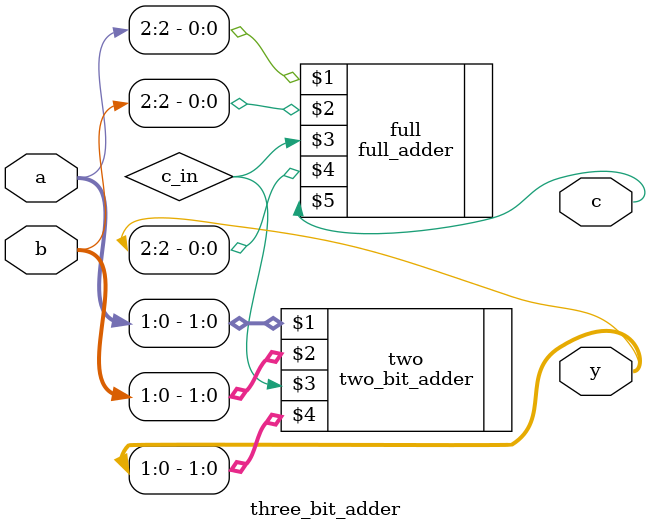
<source format=sv>
module three_bit_adder(a,b,c,y);

input wire [2:0] a,b;
output logic [2:0] y;
output logic c;
wire c_in;

two_bit_adder two(a[1:0], b[1:0],c_in, y[1:0]);
full_adder full(a[2], b[2], c_in, y[2],c);

endmodule
</source>
